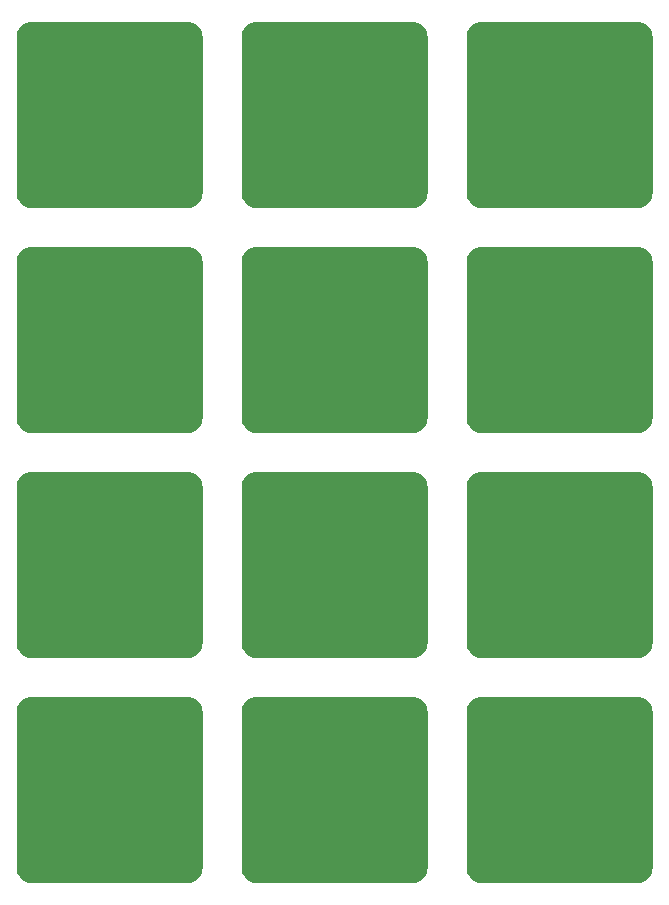
<source format=gbr>
G04 #@! TF.GenerationSoftware,KiCad,Pcbnew,(5.1.4)-1*
G04 #@! TF.CreationDate,2021-01-08T16:05:27-05:00*
G04 #@! TF.ProjectId,plate,706c6174-652e-46b6-9963-61645f706362,rev?*
G04 #@! TF.SameCoordinates,Original*
G04 #@! TF.FileFunction,Soldermask,Top*
G04 #@! TF.FilePolarity,Negative*
%FSLAX46Y46*%
G04 Gerber Fmt 4.6, Leading zero omitted, Abs format (unit mm)*
G04 Created by KiCad (PCBNEW (5.1.4)-1) date 2021-01-08 16:05:27*
%MOMM*%
%LPD*%
G04 APERTURE LIST*
%ADD10C,0.100000*%
G04 APERTURE END LIST*
D10*
G36*
X44924533Y-49295294D02*
G01*
X44929803Y-49296706D01*
X44929808Y-49296707D01*
X45133097Y-49351178D01*
X45133099Y-49351179D01*
X45138366Y-49352590D01*
X45339000Y-49446148D01*
X45520340Y-49573124D01*
X45676876Y-49729660D01*
X45803852Y-49911000D01*
X45897410Y-50111634D01*
X45954706Y-50325467D01*
X45974000Y-50546000D01*
X45974000Y-63754000D01*
X45954706Y-63974533D01*
X45897410Y-64188366D01*
X45803852Y-64389000D01*
X45676876Y-64570340D01*
X45520340Y-64726876D01*
X45339000Y-64853852D01*
X45138366Y-64947410D01*
X45133099Y-64948821D01*
X45133097Y-64948822D01*
X44929808Y-65003293D01*
X44929803Y-65003294D01*
X44924533Y-65004706D01*
X44704000Y-65024000D01*
X31496000Y-65024000D01*
X31275467Y-65004706D01*
X31270197Y-65003294D01*
X31270192Y-65003293D01*
X31066903Y-64948822D01*
X31066901Y-64948821D01*
X31061634Y-64947410D01*
X30861000Y-64853852D01*
X30679660Y-64726876D01*
X30523124Y-64570340D01*
X30396148Y-64389000D01*
X30302590Y-64188366D01*
X30245294Y-63974533D01*
X30226000Y-63754000D01*
X30226000Y-50546000D01*
X30245294Y-50325467D01*
X30302590Y-50111634D01*
X30396148Y-49911000D01*
X30523124Y-49729660D01*
X30679660Y-49573124D01*
X30861000Y-49446148D01*
X31061634Y-49352590D01*
X31066901Y-49351179D01*
X31066903Y-49351178D01*
X31270192Y-49296707D01*
X31270197Y-49296706D01*
X31275467Y-49295294D01*
X31496000Y-49276000D01*
X44704000Y-49276000D01*
X44924533Y-49295294D01*
X44924533Y-49295294D01*
G37*
G36*
X63974533Y-49295294D02*
G01*
X63979803Y-49296706D01*
X63979808Y-49296707D01*
X64183097Y-49351178D01*
X64183099Y-49351179D01*
X64188366Y-49352590D01*
X64389000Y-49446148D01*
X64570340Y-49573124D01*
X64726876Y-49729660D01*
X64853852Y-49911000D01*
X64947410Y-50111634D01*
X65004706Y-50325467D01*
X65024000Y-50546000D01*
X65024000Y-63754000D01*
X65004706Y-63974533D01*
X64947410Y-64188366D01*
X64853852Y-64389000D01*
X64726876Y-64570340D01*
X64570340Y-64726876D01*
X64389000Y-64853852D01*
X64188366Y-64947410D01*
X64183099Y-64948821D01*
X64183097Y-64948822D01*
X63979808Y-65003293D01*
X63979803Y-65003294D01*
X63974533Y-65004706D01*
X63754000Y-65024000D01*
X50546000Y-65024000D01*
X50325467Y-65004706D01*
X50320197Y-65003294D01*
X50320192Y-65003293D01*
X50116903Y-64948822D01*
X50116901Y-64948821D01*
X50111634Y-64947410D01*
X49911000Y-64853852D01*
X49729660Y-64726876D01*
X49573124Y-64570340D01*
X49446148Y-64389000D01*
X49352590Y-64188366D01*
X49295294Y-63974533D01*
X49276000Y-63754000D01*
X49276000Y-50546000D01*
X49295294Y-50325467D01*
X49352590Y-50111634D01*
X49446148Y-49911000D01*
X49573124Y-49729660D01*
X49729660Y-49573124D01*
X49911000Y-49446148D01*
X50111634Y-49352590D01*
X50116901Y-49351179D01*
X50116903Y-49351178D01*
X50320192Y-49296707D01*
X50320197Y-49296706D01*
X50325467Y-49295294D01*
X50546000Y-49276000D01*
X63754000Y-49276000D01*
X63974533Y-49295294D01*
X63974533Y-49295294D01*
G37*
G36*
X25874533Y-49295294D02*
G01*
X25879803Y-49296706D01*
X25879808Y-49296707D01*
X26083097Y-49351178D01*
X26083099Y-49351179D01*
X26088366Y-49352590D01*
X26289000Y-49446148D01*
X26470340Y-49573124D01*
X26626876Y-49729660D01*
X26753852Y-49911000D01*
X26847410Y-50111634D01*
X26904706Y-50325467D01*
X26924000Y-50546000D01*
X26924000Y-63754000D01*
X26904706Y-63974533D01*
X26847410Y-64188366D01*
X26753852Y-64389000D01*
X26626876Y-64570340D01*
X26470340Y-64726876D01*
X26289000Y-64853852D01*
X26088366Y-64947410D01*
X26083099Y-64948821D01*
X26083097Y-64948822D01*
X25879808Y-65003293D01*
X25879803Y-65003294D01*
X25874533Y-65004706D01*
X25654000Y-65024000D01*
X12446000Y-65024000D01*
X12225467Y-65004706D01*
X12220197Y-65003294D01*
X12220192Y-65003293D01*
X12016903Y-64948822D01*
X12016901Y-64948821D01*
X12011634Y-64947410D01*
X11811000Y-64853852D01*
X11629660Y-64726876D01*
X11473124Y-64570340D01*
X11346148Y-64389000D01*
X11252590Y-64188366D01*
X11195294Y-63974533D01*
X11176000Y-63754000D01*
X11176000Y-50546000D01*
X11195294Y-50325467D01*
X11252590Y-50111634D01*
X11346148Y-49911000D01*
X11473124Y-49729660D01*
X11629660Y-49573124D01*
X11811000Y-49446148D01*
X12011634Y-49352590D01*
X12016901Y-49351179D01*
X12016903Y-49351178D01*
X12220192Y-49296707D01*
X12220197Y-49296706D01*
X12225467Y-49295294D01*
X12446000Y-49276000D01*
X25654000Y-49276000D01*
X25874533Y-49295294D01*
X25874533Y-49295294D01*
G37*
G36*
X25874533Y-30245294D02*
G01*
X25879803Y-30246706D01*
X25879808Y-30246707D01*
X26083097Y-30301178D01*
X26083099Y-30301179D01*
X26088366Y-30302590D01*
X26289000Y-30396148D01*
X26470340Y-30523124D01*
X26626876Y-30679660D01*
X26753852Y-30861000D01*
X26847410Y-31061634D01*
X26904706Y-31275467D01*
X26924000Y-31496000D01*
X26924000Y-44704000D01*
X26904706Y-44924533D01*
X26847410Y-45138366D01*
X26753852Y-45339000D01*
X26626876Y-45520340D01*
X26470340Y-45676876D01*
X26289000Y-45803852D01*
X26088366Y-45897410D01*
X26083099Y-45898821D01*
X26083097Y-45898822D01*
X25879808Y-45953293D01*
X25879803Y-45953294D01*
X25874533Y-45954706D01*
X25654000Y-45974000D01*
X12446000Y-45974000D01*
X12225467Y-45954706D01*
X12220197Y-45953294D01*
X12220192Y-45953293D01*
X12016903Y-45898822D01*
X12016901Y-45898821D01*
X12011634Y-45897410D01*
X11811000Y-45803852D01*
X11629660Y-45676876D01*
X11473124Y-45520340D01*
X11346148Y-45339000D01*
X11252590Y-45138366D01*
X11195294Y-44924533D01*
X11176000Y-44704000D01*
X11176000Y-31496000D01*
X11195294Y-31275467D01*
X11252590Y-31061634D01*
X11346148Y-30861000D01*
X11473124Y-30679660D01*
X11629660Y-30523124D01*
X11811000Y-30396148D01*
X12011634Y-30302590D01*
X12016901Y-30301179D01*
X12016903Y-30301178D01*
X12220192Y-30246707D01*
X12220197Y-30246706D01*
X12225467Y-30245294D01*
X12446000Y-30226000D01*
X25654000Y-30226000D01*
X25874533Y-30245294D01*
X25874533Y-30245294D01*
G37*
G36*
X63974533Y-30245294D02*
G01*
X63979803Y-30246706D01*
X63979808Y-30246707D01*
X64183097Y-30301178D01*
X64183099Y-30301179D01*
X64188366Y-30302590D01*
X64389000Y-30396148D01*
X64570340Y-30523124D01*
X64726876Y-30679660D01*
X64853852Y-30861000D01*
X64947410Y-31061634D01*
X65004706Y-31275467D01*
X65024000Y-31496000D01*
X65024000Y-44704000D01*
X65004706Y-44924533D01*
X64947410Y-45138366D01*
X64853852Y-45339000D01*
X64726876Y-45520340D01*
X64570340Y-45676876D01*
X64389000Y-45803852D01*
X64188366Y-45897410D01*
X64183099Y-45898821D01*
X64183097Y-45898822D01*
X63979808Y-45953293D01*
X63979803Y-45953294D01*
X63974533Y-45954706D01*
X63754000Y-45974000D01*
X50546000Y-45974000D01*
X50325467Y-45954706D01*
X50320197Y-45953294D01*
X50320192Y-45953293D01*
X50116903Y-45898822D01*
X50116901Y-45898821D01*
X50111634Y-45897410D01*
X49911000Y-45803852D01*
X49729660Y-45676876D01*
X49573124Y-45520340D01*
X49446148Y-45339000D01*
X49352590Y-45138366D01*
X49295294Y-44924533D01*
X49276000Y-44704000D01*
X49276000Y-31496000D01*
X49295294Y-31275467D01*
X49352590Y-31061634D01*
X49446148Y-30861000D01*
X49573124Y-30679660D01*
X49729660Y-30523124D01*
X49911000Y-30396148D01*
X50111634Y-30302590D01*
X50116901Y-30301179D01*
X50116903Y-30301178D01*
X50320192Y-30246707D01*
X50320197Y-30246706D01*
X50325467Y-30245294D01*
X50546000Y-30226000D01*
X63754000Y-30226000D01*
X63974533Y-30245294D01*
X63974533Y-30245294D01*
G37*
G36*
X44924533Y-30245294D02*
G01*
X44929803Y-30246706D01*
X44929808Y-30246707D01*
X45133097Y-30301178D01*
X45133099Y-30301179D01*
X45138366Y-30302590D01*
X45339000Y-30396148D01*
X45520340Y-30523124D01*
X45676876Y-30679660D01*
X45803852Y-30861000D01*
X45897410Y-31061634D01*
X45954706Y-31275467D01*
X45974000Y-31496000D01*
X45974000Y-44704000D01*
X45954706Y-44924533D01*
X45897410Y-45138366D01*
X45803852Y-45339000D01*
X45676876Y-45520340D01*
X45520340Y-45676876D01*
X45339000Y-45803852D01*
X45138366Y-45897410D01*
X45133099Y-45898821D01*
X45133097Y-45898822D01*
X44929808Y-45953293D01*
X44929803Y-45953294D01*
X44924533Y-45954706D01*
X44704000Y-45974000D01*
X31496000Y-45974000D01*
X31275467Y-45954706D01*
X31270197Y-45953294D01*
X31270192Y-45953293D01*
X31066903Y-45898822D01*
X31066901Y-45898821D01*
X31061634Y-45897410D01*
X30861000Y-45803852D01*
X30679660Y-45676876D01*
X30523124Y-45520340D01*
X30396148Y-45339000D01*
X30302590Y-45138366D01*
X30245294Y-44924533D01*
X30226000Y-44704000D01*
X30226000Y-31496000D01*
X30245294Y-31275467D01*
X30302590Y-31061634D01*
X30396148Y-30861000D01*
X30523124Y-30679660D01*
X30679660Y-30523124D01*
X30861000Y-30396148D01*
X31061634Y-30302590D01*
X31066901Y-30301179D01*
X31066903Y-30301178D01*
X31270192Y-30246707D01*
X31270197Y-30246706D01*
X31275467Y-30245294D01*
X31496000Y-30226000D01*
X44704000Y-30226000D01*
X44924533Y-30245294D01*
X44924533Y-30245294D01*
G37*
G36*
X63974533Y-11195294D02*
G01*
X63979803Y-11196706D01*
X63979808Y-11196707D01*
X64183097Y-11251178D01*
X64183099Y-11251179D01*
X64188366Y-11252590D01*
X64389000Y-11346148D01*
X64570340Y-11473124D01*
X64726876Y-11629660D01*
X64853852Y-11811000D01*
X64947410Y-12011634D01*
X65004706Y-12225467D01*
X65024000Y-12446000D01*
X65024000Y-25654000D01*
X65004706Y-25874533D01*
X64947410Y-26088366D01*
X64853852Y-26289000D01*
X64726876Y-26470340D01*
X64570340Y-26626876D01*
X64389000Y-26753852D01*
X64188366Y-26847410D01*
X64183099Y-26848821D01*
X64183097Y-26848822D01*
X63979808Y-26903293D01*
X63979803Y-26903294D01*
X63974533Y-26904706D01*
X63754000Y-26924000D01*
X50546000Y-26924000D01*
X50325467Y-26904706D01*
X50320197Y-26903294D01*
X50320192Y-26903293D01*
X50116903Y-26848822D01*
X50116901Y-26848821D01*
X50111634Y-26847410D01*
X49911000Y-26753852D01*
X49729660Y-26626876D01*
X49573124Y-26470340D01*
X49446148Y-26289000D01*
X49352590Y-26088366D01*
X49295294Y-25874533D01*
X49276000Y-25654000D01*
X49276000Y-12446000D01*
X49295294Y-12225467D01*
X49352590Y-12011634D01*
X49446148Y-11811000D01*
X49573124Y-11629660D01*
X49729660Y-11473124D01*
X49911000Y-11346148D01*
X50111634Y-11252590D01*
X50116901Y-11251179D01*
X50116903Y-11251178D01*
X50320192Y-11196707D01*
X50320197Y-11196706D01*
X50325467Y-11195294D01*
X50546000Y-11176000D01*
X63754000Y-11176000D01*
X63974533Y-11195294D01*
X63974533Y-11195294D01*
G37*
G36*
X44924533Y-11195294D02*
G01*
X44929803Y-11196706D01*
X44929808Y-11196707D01*
X45133097Y-11251178D01*
X45133099Y-11251179D01*
X45138366Y-11252590D01*
X45339000Y-11346148D01*
X45520340Y-11473124D01*
X45676876Y-11629660D01*
X45803852Y-11811000D01*
X45897410Y-12011634D01*
X45954706Y-12225467D01*
X45974000Y-12446000D01*
X45974000Y-25654000D01*
X45954706Y-25874533D01*
X45897410Y-26088366D01*
X45803852Y-26289000D01*
X45676876Y-26470340D01*
X45520340Y-26626876D01*
X45339000Y-26753852D01*
X45138366Y-26847410D01*
X45133099Y-26848821D01*
X45133097Y-26848822D01*
X44929808Y-26903293D01*
X44929803Y-26903294D01*
X44924533Y-26904706D01*
X44704000Y-26924000D01*
X31496000Y-26924000D01*
X31275467Y-26904706D01*
X31270197Y-26903294D01*
X31270192Y-26903293D01*
X31066903Y-26848822D01*
X31066901Y-26848821D01*
X31061634Y-26847410D01*
X30861000Y-26753852D01*
X30679660Y-26626876D01*
X30523124Y-26470340D01*
X30396148Y-26289000D01*
X30302590Y-26088366D01*
X30245294Y-25874533D01*
X30226000Y-25654000D01*
X30226000Y-12446000D01*
X30245294Y-12225467D01*
X30302590Y-12011634D01*
X30396148Y-11811000D01*
X30523124Y-11629660D01*
X30679660Y-11473124D01*
X30861000Y-11346148D01*
X31061634Y-11252590D01*
X31066901Y-11251179D01*
X31066903Y-11251178D01*
X31270192Y-11196707D01*
X31270197Y-11196706D01*
X31275467Y-11195294D01*
X31496000Y-11176000D01*
X44704000Y-11176000D01*
X44924533Y-11195294D01*
X44924533Y-11195294D01*
G37*
G36*
X25874533Y-11195294D02*
G01*
X25879803Y-11196706D01*
X25879808Y-11196707D01*
X26083097Y-11251178D01*
X26083099Y-11251179D01*
X26088366Y-11252590D01*
X26289000Y-11346148D01*
X26470340Y-11473124D01*
X26626876Y-11629660D01*
X26753852Y-11811000D01*
X26847410Y-12011634D01*
X26904706Y-12225467D01*
X26924000Y-12446000D01*
X26924000Y-25654000D01*
X26904706Y-25874533D01*
X26847410Y-26088366D01*
X26753852Y-26289000D01*
X26626876Y-26470340D01*
X26470340Y-26626876D01*
X26289000Y-26753852D01*
X26088366Y-26847410D01*
X26083099Y-26848821D01*
X26083097Y-26848822D01*
X25879808Y-26903293D01*
X25879803Y-26903294D01*
X25874533Y-26904706D01*
X25654000Y-26924000D01*
X12446000Y-26924000D01*
X12225467Y-26904706D01*
X12220197Y-26903294D01*
X12220192Y-26903293D01*
X12016903Y-26848822D01*
X12016901Y-26848821D01*
X12011634Y-26847410D01*
X11811000Y-26753852D01*
X11629660Y-26626876D01*
X11473124Y-26470340D01*
X11346148Y-26289000D01*
X11252590Y-26088366D01*
X11195294Y-25874533D01*
X11176000Y-25654000D01*
X11176000Y-12446000D01*
X11195294Y-12225467D01*
X11252590Y-12011634D01*
X11346148Y-11811000D01*
X11473124Y-11629660D01*
X11629660Y-11473124D01*
X11811000Y-11346148D01*
X12011634Y-11252590D01*
X12016901Y-11251179D01*
X12016903Y-11251178D01*
X12220192Y-11196707D01*
X12220197Y-11196706D01*
X12225467Y-11195294D01*
X12446000Y-11176000D01*
X25654000Y-11176000D01*
X25874533Y-11195294D01*
X25874533Y-11195294D01*
G37*
G36*
X25874533Y7854706D02*
G01*
X25879803Y7853294D01*
X25879808Y7853293D01*
X26083097Y7798822D01*
X26083099Y7798821D01*
X26088366Y7797410D01*
X26289000Y7703852D01*
X26470340Y7576876D01*
X26626876Y7420340D01*
X26753852Y7239000D01*
X26847410Y7038366D01*
X26904706Y6824533D01*
X26924000Y6604000D01*
X26924000Y-6604000D01*
X26904706Y-6824533D01*
X26847410Y-7038366D01*
X26753852Y-7239000D01*
X26626876Y-7420340D01*
X26470340Y-7576876D01*
X26289000Y-7703852D01*
X26088366Y-7797410D01*
X26083099Y-7798821D01*
X26083097Y-7798822D01*
X25879808Y-7853293D01*
X25879803Y-7853294D01*
X25874533Y-7854706D01*
X25654000Y-7874000D01*
X12446000Y-7874000D01*
X12225467Y-7854706D01*
X12220197Y-7853294D01*
X12220192Y-7853293D01*
X12016903Y-7798822D01*
X12016901Y-7798821D01*
X12011634Y-7797410D01*
X11811000Y-7703852D01*
X11629660Y-7576876D01*
X11473124Y-7420340D01*
X11346148Y-7239000D01*
X11252590Y-7038366D01*
X11195294Y-6824533D01*
X11176000Y-6604000D01*
X11176000Y6604000D01*
X11195294Y6824533D01*
X11252590Y7038366D01*
X11346148Y7239000D01*
X11473124Y7420340D01*
X11629660Y7576876D01*
X11811000Y7703852D01*
X12011634Y7797410D01*
X12016901Y7798821D01*
X12016903Y7798822D01*
X12220192Y7853293D01*
X12220197Y7853294D01*
X12225467Y7854706D01*
X12446000Y7874000D01*
X25654000Y7874000D01*
X25874533Y7854706D01*
X25874533Y7854706D01*
G37*
G36*
X44924533Y7854706D02*
G01*
X44929803Y7853294D01*
X44929808Y7853293D01*
X45133097Y7798822D01*
X45133099Y7798821D01*
X45138366Y7797410D01*
X45339000Y7703852D01*
X45520340Y7576876D01*
X45676876Y7420340D01*
X45803852Y7239000D01*
X45897410Y7038366D01*
X45954706Y6824533D01*
X45974000Y6604000D01*
X45974000Y-6604000D01*
X45954706Y-6824533D01*
X45897410Y-7038366D01*
X45803852Y-7239000D01*
X45676876Y-7420340D01*
X45520340Y-7576876D01*
X45339000Y-7703852D01*
X45138366Y-7797410D01*
X45133099Y-7798821D01*
X45133097Y-7798822D01*
X44929808Y-7853293D01*
X44929803Y-7853294D01*
X44924533Y-7854706D01*
X44704000Y-7874000D01*
X31496000Y-7874000D01*
X31275467Y-7854706D01*
X31270197Y-7853294D01*
X31270192Y-7853293D01*
X31066903Y-7798822D01*
X31066901Y-7798821D01*
X31061634Y-7797410D01*
X30861000Y-7703852D01*
X30679660Y-7576876D01*
X30523124Y-7420340D01*
X30396148Y-7239000D01*
X30302590Y-7038366D01*
X30245294Y-6824533D01*
X30226000Y-6604000D01*
X30226000Y6604000D01*
X30245294Y6824533D01*
X30302590Y7038366D01*
X30396148Y7239000D01*
X30523124Y7420340D01*
X30679660Y7576876D01*
X30861000Y7703852D01*
X31061634Y7797410D01*
X31066901Y7798821D01*
X31066903Y7798822D01*
X31270192Y7853293D01*
X31270197Y7853294D01*
X31275467Y7854706D01*
X31496000Y7874000D01*
X44704000Y7874000D01*
X44924533Y7854706D01*
X44924533Y7854706D01*
G37*
G36*
X63974533Y7854706D02*
G01*
X63979803Y7853294D01*
X63979808Y7853293D01*
X64183097Y7798822D01*
X64183099Y7798821D01*
X64188366Y7797410D01*
X64389000Y7703852D01*
X64570340Y7576876D01*
X64726876Y7420340D01*
X64853852Y7239000D01*
X64947410Y7038366D01*
X65004706Y6824533D01*
X65024000Y6604000D01*
X65024000Y-6604000D01*
X65004706Y-6824533D01*
X64947410Y-7038366D01*
X64853852Y-7239000D01*
X64726876Y-7420340D01*
X64570340Y-7576876D01*
X64389000Y-7703852D01*
X64188366Y-7797410D01*
X64183099Y-7798821D01*
X64183097Y-7798822D01*
X63979808Y-7853293D01*
X63979803Y-7853294D01*
X63974533Y-7854706D01*
X63754000Y-7874000D01*
X50546000Y-7874000D01*
X50325467Y-7854706D01*
X50320197Y-7853294D01*
X50320192Y-7853293D01*
X50116903Y-7798822D01*
X50116901Y-7798821D01*
X50111634Y-7797410D01*
X49911000Y-7703852D01*
X49729660Y-7576876D01*
X49573124Y-7420340D01*
X49446148Y-7239000D01*
X49352590Y-7038366D01*
X49295294Y-6824533D01*
X49276000Y-6604000D01*
X49276000Y6604000D01*
X49295294Y6824533D01*
X49352590Y7038366D01*
X49446148Y7239000D01*
X49573124Y7420340D01*
X49729660Y7576876D01*
X49911000Y7703852D01*
X50111634Y7797410D01*
X50116901Y7798821D01*
X50116903Y7798822D01*
X50320192Y7853293D01*
X50320197Y7853294D01*
X50325467Y7854706D01*
X50546000Y7874000D01*
X63754000Y7874000D01*
X63974533Y7854706D01*
X63974533Y7854706D01*
G37*
M02*

</source>
